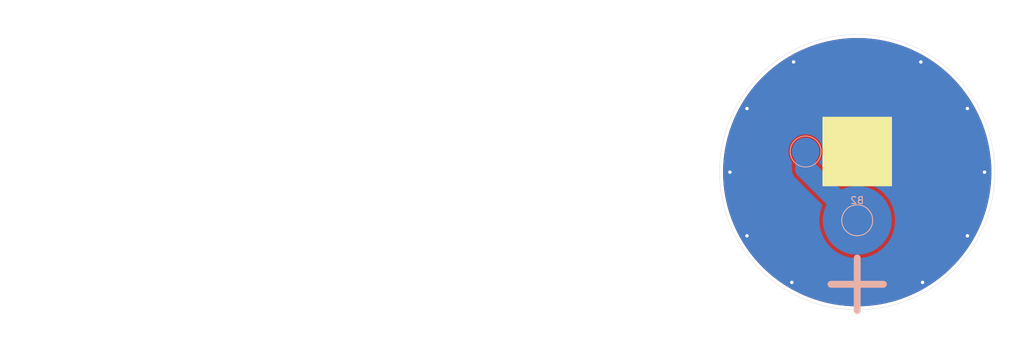
<source format=kicad_pcb>
(kicad_pcb (version 20240108) (generator "pcbnew") (generator_version "8.0")
  (layers (0 "F.Cu" signal) (31 "B.Cu" signal) (34 "B.Paste" user) (35 "F.Paste" user) (36 "B.SilkS" user "B.Silkscreen") (37 "F.SilkS" user "F.Silkscreen") (38 "B.Mask" user) (39 "F.Mask" user) (44 "Edge.Cuts" user))
  (net 0 "")
  (net 1 "GND")
  (net 2 "+3V0")
  (footprint "TestPoint:TestPoint_THTPad_D1.0mm_Drill0.5mm" (layer "F.Cu") (at 133.97853 40.75 120)
    (property "Reference" "T51" (hide yes))
    (property "Value" "TestPoint_THTPad_D1.0mm_Drill0.5mm" (hide yes))
    (pad "1" thru_hole circle (at 0 0 120) (size 0.6 0.6) (drill 0.5) (layers "*.Cu" "*.Mask") (net 1 "GND"))
  )
  (footprint "TestPoint:TestPoint_THTPad_D1.0mm_Drill0.5mm" (layer "F.Cu") (at 166.021469 40.75)
    (property "Reference" "T43" (hide yes))
    (property "Value" "TestPoint_THTPad_D1.0mm_Drill0.5mm" (hide yes))
    (pad "1" thru_hole circle (at 0 0) (size 0.6 0.6) (drill 0.5) (layers "*.Cu" "*.Mask") (net 1 "GND"))
  )
  (footprint "TestPoint:TestPoint_THTPad_D1.0mm_Drill0.5mm" (layer "F.Cu") (at 131.5 50 150)
    (property "Reference" "T50" (hide yes))
    (property "Value" "TestPoint_THTPad_D1.0mm_Drill0.5mm" (hide yes))
    (pad "1" thru_hole circle (at 0 0 150) (size 0.6 0.6) (drill 0.5) (layers "*.Cu" "*.Mask") (net 1 "GND"))
  )
  (footprint "TestPoint:TestPoint_THTPad_D1.0mm_Drill0.5mm" (layer "F.Cu") (at 140.5 66.021469 -150)
    (property "Reference" "T48" (hide yes))
    (property "Value" "TestPoint_THTPad_D1.0mm_Drill0.5mm" (hide yes))
    (pad "1" thru_hole circle (at 0 0 210) (size 0.6 0.6) (drill 0.5) (layers "*.Cu" "*.Mask") (net 1 "GND"))
  )
  (footprint "TestPoint:TestPoint_THTPad_D1.0mm_Drill0.5mm" (layer "F.Cu") (at 168.5 50 -30)
    (property "Reference" "T44" (hide yes))
    (property "Value" "TestPoint_THTPad_D1.0mm_Drill0.5mm" (hide yes))
    (pad "1" thru_hole circle (at 0 0 330) (size 0.6 0.6) (drill 0.5) (layers "*.Cu" "*.Mask") (net 1 "GND"))
  )
  (footprint "TestPoint:TestPoint_THTPad_D1.0mm_Drill0.5mm" (layer "F.Cu") (at 166.021469 59.25 -60)
    (property "Reference" "T45" (hide yes))
    (property "Value" "TestPoint_THTPad_D1.0mm_Drill0.5mm" (hide yes))
    (pad "1" thru_hole circle (at 0 0 300) (size 0.6 0.6) (drill 0.5) (layers "*.Cu" "*.Mask") (net 1 "GND"))
  )
  (footprint "TestPoint:TestPoint_THTPad_D1.0mm_Drill0.5mm" (layer "F.Cu") (at 159.5 66.021469 -90)
    (property "Reference" "T46" (hide yes))
    (property "Value" "TestPoint_THTPad_D1.0mm_Drill0.5mm" (hide yes))
    (pad "1" thru_hole circle (at 0 0 270) (size 0.6 0.6) (drill 0.5) (layers "*.Cu" "*.Mask") (net 1 "GND"))
  )
  (footprint "TestPoint:TestPoint_THTPad_D1.0mm_Drill0.5mm" (layer "F.Cu") (at 140.75 33.97853 60)
    (property "Reference" "T52" (hide yes))
    (property "Value" "TestPoint_THTPad_D1.0mm_Drill0.5mm" (hide yes))
    (pad "1" thru_hole circle (at 0 0 60) (size 0.6 0.6) (drill 0.5) (layers "*.Cu" "*.Mask") (net 1 "GND"))
  )
  (footprint "TestPoint:TestPoint_THTPad_D1.0mm_Drill0.5mm" (layer "F.Cu") (at 133.97853 59.25 180)
    (property "Reference" "T49" (hide yes))
    (property "Value" "TestPoint_THTPad_D1.0mm_Drill0.5mm" (hide yes))
    (pad "1" thru_hole circle (at 0 0 180) (size 0.6 0.6) (drill 0.5) (layers "*.Cu" "*.Mask") (net 1 "GND"))
  )
  (footprint "TestPoint:TestPoint_THTPad_D1.0mm_Drill0.5mm" (layer "F.Cu") (at 159.25 33.97853 30)
    (property "Reference" "T42" (hide yes))
    (property "Value" "TestPoint_THTPad_D1.0mm_Drill0.5mm" (hide yes))
    (pad "1" thru_hole circle (at 0 0 30) (size 0.6 0.6) (drill 0.5) (layers "*.Cu" "*.Mask") (net 1 "GND"))
  )
  (footprint "TestPoint:TestPoint_Pad_D4.0mm" (layer "B.Cu") (at 142.5 47 180)
    (property "Reference" "REF**" (hide yes))
    (property "Value" "TestPoint_Pad_D4.0mm" (hide yes))
    (fp_circle (center 0 0) (end 0 -2.25) (stroke (width 0.12)) (fill none) (layer "B.SilkS"))
    (pad "1" smd circle (at 0 0 180) (size 4 4) (layers "B.Cu" "B.Mask") (net 2 "+3V0"))
  )
  (footprint "TestPoint:TestPoint_Pad_D4.0mm" (layer "B.Cu") (at 150 57 180)
    (property "Reference" "+" (at 0 -8.532 0) (layer "B.SilkS") (effects (font (size 10 10) (thickness 1)) (justify mirror)))
    (property "Value" "BAT+")
    (fp_circle (center 0 0) (end 0 -2.25) (stroke (width 0.12)) (fill none) (layer "B.SilkS"))
    (pad "1" smd circle (at 0 0 180) (size 10 10) (layers "B.Cu" "B.Mask") (net 2 "+3V0"))
  )
  (footprint "TestPoint:TestPoint_Pad_D4.0mm" (layer "B.Cu") (at 150 57 180)
    (property "Reference" "B2" (at 0 2.898 0) (layer "B.SilkS") (effects (justify mirror)))
    (property "Value" "BAT+")
    (fp_circle (center 0 0) (end 0 -2.25) (stroke (width 0.12)) (fill none) (layer "B.SilkS"))
    (pad "1" smd circle (at 0 0 180) (size 4 4) (layers "B.Cu" "B.Mask") (net 2 "+3V0"))
  )
  (gr_rect (start 145 42) (end 155 52) (stroke (width 0.1)) (fill solid) (layer "F.SilkS"))
  (gr_circle (center 150 50) (end 170 50) (stroke (width 0.05)) (fill none) (layer "Edge.Cuts"))
  (segment (start 142.5 49.5) (end 150 57) (width 3) (layer "B.Cu") (net 2))
  (segment (start 142.5 47) (end 142.5 49.5) (width 3) (layer "B.Cu") (net 2))
  (zone (net 1) (net_name "GND") (layers "F&B.Cu") (connect_pads (clearance 0.5)) (min_thickness 0.25) (fill yes (thermal_gap 0.5) (thermal_bridge_width 0.5))
    (polygon (pts (xy 25.4 26.924) (xy 174.244 26.924) (xy 174.244 72.39) (xy 118.11 72.39) (xy 25.4 72.39)))
  )
)
</source>
